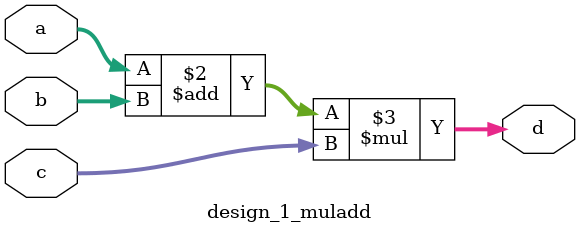
<source format=v>
`timescale 1ns / 1ps


module design_1_muladd#(parameter DataWidth = 32)(
    input [DataWidth-1:0] a,
    input [DataWidth-1:0] b,
    input [DataWidth-1:0] c,
    output reg [(2*DataWidth):0] d
    );
    
    always @(*)
    begin
          d = ( a + b ) * c ;
    end
endmodule


</source>
